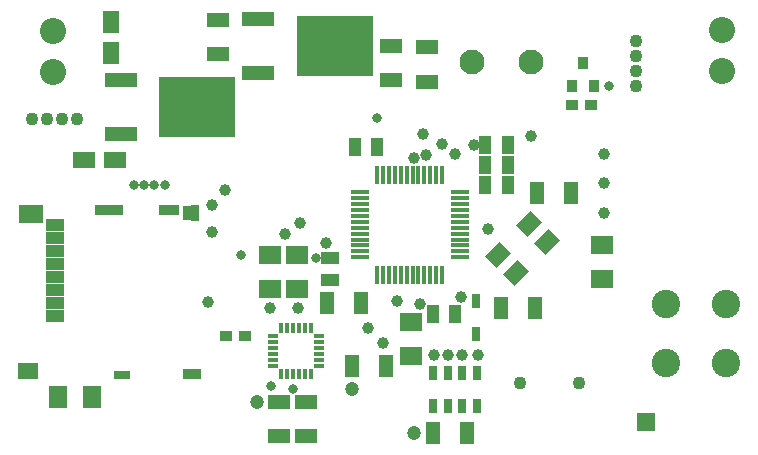
<source format=gts>
G04*
G04 #@! TF.GenerationSoftware,Altium Limited,Altium Designer,23.7.1 (13)*
G04*
G04 Layer_Color=8388736*
%FSLAX25Y25*%
%MOIN*%
G70*
G04*
G04 #@! TF.SameCoordinates,F4DCA568-12CF-4C60-A2D5-0128ED73B792*
G04*
G04*
G04 #@! TF.FilePolarity,Negative*
G04*
G01*
G75*
%ADD46R,0.05906X0.05906*%
%ADD47R,0.11036X0.04737*%
%ADD48R,0.25210X0.20091*%
%ADD49R,0.04193X0.03543*%
%ADD50R,0.04331X0.06102*%
%ADD51R,0.07480X0.04921*%
%ADD52R,0.03543X0.03937*%
%ADD53R,0.07480X0.05236*%
%ADD54R,0.05236X0.07480*%
%ADD55R,0.07480X0.06299*%
%ADD56R,0.04921X0.07480*%
%ADD57R,0.01614X0.06142*%
%ADD58R,0.06142X0.01614*%
G04:AMPARAMS|DCode=59|XSize=66.93mil|YSize=53.15mil|CornerRadius=0mil|HoleSize=0mil|Usage=FLASHONLY|Rotation=225.000|XOffset=0mil|YOffset=0mil|HoleType=Round|Shape=Rectangle|*
%AMROTATEDRECTD59*
4,1,4,0.00487,0.04245,0.04245,0.00487,-0.00487,-0.04245,-0.04245,-0.00487,0.00487,0.04245,0.0*
%
%ADD59ROTATEDRECTD59*%

%ADD60R,0.02559X0.04528*%
%ADD61R,0.06102X0.04331*%
%ADD62R,0.06299X0.07480*%
%ADD63R,0.06312X0.03950*%
%ADD64R,0.07887X0.06115*%
%ADD65R,0.09225X0.03359*%
%ADD66R,0.07099X0.03359*%
%ADD67R,0.02572X0.05131*%
%ADD68R,0.02572X0.05328*%
%ADD69R,0.05918X0.03359*%
%ADD70R,0.05328X0.03162*%
%ADD71R,0.06706X0.05367*%
%ADD72R,0.03543X0.01378*%
%ADD73R,0.01378X0.03543*%
%ADD74R,0.02756X0.04724*%
%ADD75C,0.04331*%
%ADD76C,0.09461*%
%ADD77C,0.08674*%
%ADD78C,0.08268*%
%ADD79C,0.03162*%
%ADD80C,0.03950*%
%ADD81C,0.04737*%
D46*
X215551Y9843D02*
D03*
D47*
X40484Y123795D02*
D03*
Y105842D02*
D03*
X86236Y144295D02*
D03*
Y126342D02*
D03*
D48*
X66075Y114819D02*
D03*
X111827Y135319D02*
D03*
D49*
X197244Y115748D02*
D03*
X190945D02*
D03*
X75591Y38583D02*
D03*
X81890D02*
D03*
D50*
X125984Y101575D02*
D03*
X118504D02*
D03*
X162008Y95669D02*
D03*
X169488D02*
D03*
X162008Y102362D02*
D03*
X169488D02*
D03*
X162008Y88976D02*
D03*
X169488D02*
D03*
X151969Y45866D02*
D03*
X144488D02*
D03*
D51*
X102362Y5118D02*
D03*
Y16535D02*
D03*
X93307D02*
D03*
Y5118D02*
D03*
X73075Y132610D02*
D03*
Y144027D02*
D03*
X142520Y134843D02*
D03*
Y123425D02*
D03*
X130575Y123902D02*
D03*
Y135319D02*
D03*
D52*
X194575Y129756D02*
D03*
X198315Y121882D02*
D03*
X190835D02*
D03*
D53*
X28307Y97244D02*
D03*
X38622D02*
D03*
D54*
X37402Y133031D02*
D03*
Y143347D02*
D03*
D55*
X200787Y57480D02*
D03*
Y68898D02*
D03*
X90158Y65551D02*
D03*
Y54134D02*
D03*
X99213Y65551D02*
D03*
Y54134D02*
D03*
X137402Y43307D02*
D03*
Y31890D02*
D03*
D56*
X179331Y86221D02*
D03*
X190748D02*
D03*
X178543Y48031D02*
D03*
X167126D02*
D03*
X120669Y49606D02*
D03*
X109252D02*
D03*
X117520Y28740D02*
D03*
X128937D02*
D03*
X155905Y6299D02*
D03*
X144488D02*
D03*
D57*
X147638Y92323D02*
D03*
X145669D02*
D03*
X129921D02*
D03*
X131890D02*
D03*
X143701D02*
D03*
X141732D02*
D03*
X139764D02*
D03*
X137795D02*
D03*
X135827D02*
D03*
X125984D02*
D03*
X127953D02*
D03*
X133858D02*
D03*
X147638Y59055D02*
D03*
X145669D02*
D03*
X143701D02*
D03*
X141732D02*
D03*
X139764D02*
D03*
X137795D02*
D03*
X135827D02*
D03*
X133858D02*
D03*
X131890D02*
D03*
X129921D02*
D03*
X127953D02*
D03*
X125984D02*
D03*
D58*
X120177Y64862D02*
D03*
Y66831D02*
D03*
Y68799D02*
D03*
Y70768D02*
D03*
Y72736D02*
D03*
Y74705D02*
D03*
Y76673D02*
D03*
Y78642D02*
D03*
Y80610D02*
D03*
Y82579D02*
D03*
Y84547D02*
D03*
Y86516D02*
D03*
X153445D02*
D03*
Y84547D02*
D03*
Y82579D02*
D03*
Y80610D02*
D03*
Y78642D02*
D03*
Y76673D02*
D03*
Y74705D02*
D03*
Y72736D02*
D03*
Y70768D02*
D03*
Y68799D02*
D03*
Y66831D02*
D03*
Y64862D02*
D03*
D59*
X182622Y69804D02*
D03*
X176497Y75929D02*
D03*
X172321Y59504D02*
D03*
X166197Y65629D02*
D03*
D60*
X159055Y39370D02*
D03*
Y50394D02*
D03*
D61*
X110236Y64764D02*
D03*
Y57284D02*
D03*
D62*
X19488Y18110D02*
D03*
X30906D02*
D03*
D63*
X18701Y45413D02*
D03*
Y49744D02*
D03*
Y54075D02*
D03*
Y58406D02*
D03*
Y62736D02*
D03*
Y67067D02*
D03*
Y71398D02*
D03*
Y75728D02*
D03*
D64*
X10630Y79232D02*
D03*
D65*
X36732Y80512D02*
D03*
D66*
X56732D02*
D03*
D67*
X62657Y79626D02*
D03*
D68*
X65256Y79527D02*
D03*
D69*
X64370Y25787D02*
D03*
D70*
X41043Y25689D02*
D03*
D71*
X9646Y26791D02*
D03*
D72*
X91339Y38583D02*
D03*
X106693D02*
D03*
X91339Y36614D02*
D03*
Y34646D02*
D03*
Y32677D02*
D03*
Y30709D02*
D03*
Y28740D02*
D03*
X106693D02*
D03*
Y30709D02*
D03*
Y32677D02*
D03*
Y34646D02*
D03*
Y36614D02*
D03*
D73*
X94095Y25984D02*
D03*
X96063D02*
D03*
X98032D02*
D03*
X100000D02*
D03*
X101969D02*
D03*
X103937D02*
D03*
Y41339D02*
D03*
X101969D02*
D03*
X100000D02*
D03*
X98032D02*
D03*
X96063D02*
D03*
X94095D02*
D03*
D74*
X144587Y15354D02*
D03*
X149508D02*
D03*
X154429D02*
D03*
X159350D02*
D03*
Y26378D02*
D03*
X154429D02*
D03*
X149508D02*
D03*
X144587D02*
D03*
D75*
X212205Y137008D02*
D03*
Y132008D02*
D03*
Y127027D02*
D03*
Y122008D02*
D03*
X173622Y22835D02*
D03*
X193307D02*
D03*
X26004Y111024D02*
D03*
X21004D02*
D03*
X16024D02*
D03*
X11004D02*
D03*
D76*
X242126Y49213D02*
D03*
Y29528D02*
D03*
X222441D02*
D03*
Y49213D02*
D03*
D77*
X240908Y140713D02*
D03*
Y126933D02*
D03*
X18075Y126539D02*
D03*
Y140319D02*
D03*
D78*
X177165Y129921D02*
D03*
X157480D02*
D03*
D79*
X125984Y111221D02*
D03*
X203132Y122029D02*
D03*
X90551Y22047D02*
D03*
X98032Y20866D02*
D03*
X105512Y64764D02*
D03*
X80512Y65551D02*
D03*
X44882Y88976D02*
D03*
X48425D02*
D03*
X51772D02*
D03*
X55118D02*
D03*
D80*
X201772Y79724D02*
D03*
Y89567D02*
D03*
Y99410D02*
D03*
X141345Y105899D02*
D03*
X162992Y74239D02*
D03*
X142307Y99013D02*
D03*
X151950Y99207D02*
D03*
X147644Y102750D02*
D03*
X158287Y102381D02*
D03*
X159449Y32283D02*
D03*
X153946Y51565D02*
D03*
X140176Y49213D02*
D03*
X132677Y50394D02*
D03*
X71063Y73425D02*
D03*
X70866Y82284D02*
D03*
X69685Y49803D02*
D03*
X122835Y41339D02*
D03*
X127953Y36220D02*
D03*
X138170Y98072D02*
D03*
X109055Y69685D02*
D03*
X177165Y105118D02*
D03*
X154331Y32283D02*
D03*
X90158Y48031D02*
D03*
X144882Y32283D02*
D03*
X149606D02*
D03*
X99606Y48031D02*
D03*
X100394Y76378D02*
D03*
X95162Y72554D02*
D03*
X75197Y87402D02*
D03*
D81*
X138386Y6299D02*
D03*
X117520Y20866D02*
D03*
X85827Y16535D02*
D03*
M02*

</source>
